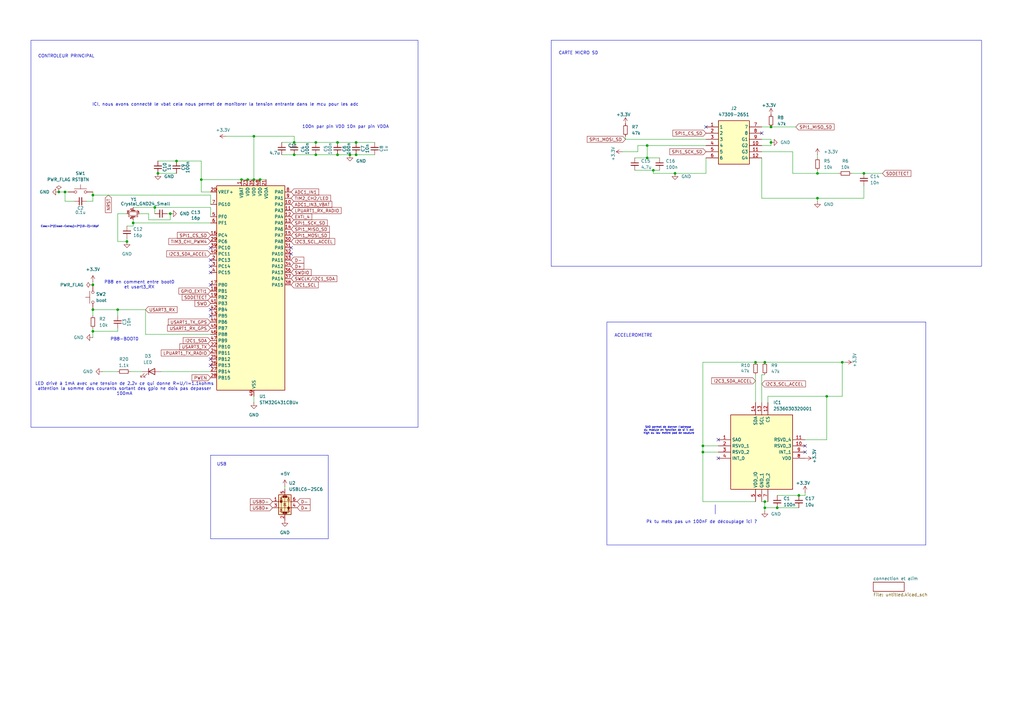
<source format=kicad_sch>
(kicad_sch (version 20250114) (generator "eeschema") (generator_version "9.0")
  (paper "A3")
  (lib_symbols
    (symbol "Device:C_Small" (pin_numbers (hide yes)) (pin_names (offset 0.254) (hide yes))
      (property "Reference" "C" (at 0.254 1.778 0))
      (property "Value" "C_Small" (at 0.254 -2.032 0))
      (symbol "C_Small_0_1"
        (polyline (pts (xy -1.524 0.508) (xy 1.524 0.508)) (stroke (width 0.3048)))
        (polyline (pts (xy -1.524 -0.508) (xy 1.524 -0.508)) (stroke (width 0.3302)))
      )
      (symbol "C_Small_1_1"
        (pin passive line (at 0 2.54 270) (length 2.032) (name "~") (number "1"))
        (pin passive line (at 0 -2.54 90) (length 2.032) (name "~") (number "2"))
      )
    )
    (symbol "Device:Crystal_GND24_Small" (pin_names (offset 1.016) (hide yes))
      (property "Reference" "Y" (at 1.27 4.445 0))
      (property "Value" "Crystal_GND24_Small" (at 1.27 2.54 0))
      (symbol "Crystal_GND24_Small_0_1"
        (polyline (pts (xy -1.27 1.27) (xy -1.27 1.905) (xy 1.27 1.905) (xy 1.27 1.27)))
        (polyline (pts (xy -1.27 -0.762) (xy -1.27 0.762)) (stroke (width 0.381)))
        (polyline (pts (xy -1.27 -1.27) (xy -1.27 -1.905) (xy 1.27 -1.905) (xy 1.27 -1.27)))
        (rectangle (start -0.762 -1.524) (end 0.762 1.524))
        (polyline (pts (xy 1.27 -0.762) (xy 1.27 0.762)) (stroke (width 0.381)))
      )
      (symbol "Crystal_GND24_Small_1_1"
        (pin passive line (at -2.54 0 0) (length 1.27) (name "1") (number "1"))
        (pin passive line (at 0 2.54 270) (length 0.635) (name "4") (number "4"))
        (pin passive line (at 0 -2.54 90) (length 0.635) (name "2") (number "2"))
        (pin passive line (at 2.54 0 180) (length 1.27) (name "3") (number "3"))
      )
    )
    (symbol "Device:LED" (pin_numbers (hide yes)) (pin_names (offset 1.016) (hide yes))
      (property "Reference" "D" (at 0 2.54 0))
      (property "Value" "LED" (at 0 -2.54 0))
      (symbol "LED_0_1"
        (polyline (pts (xy -3.048 -0.762) (xy -4.572 -2.286) (xy -3.81 -2.286) (xy -4.572 -2.286) (xy -4.572 -1.524)))
        (polyline (pts (xy -1.778 -0.762) (xy -3.302 -2.286) (xy -2.54 -2.286) (xy -3.302 -2.286) (xy -3.302 -1.524)))
        (polyline (pts (xy -1.27 0) (xy 1.27 0)))
        (polyline (pts (xy -1.27 -1.27) (xy -1.27 1.27)) (stroke (width 0.254)))
        (polyline (pts (xy 1.27 -1.27) (xy 1.27 1.27) (xy -1.27 0) (xy 1.27 -1.27)) (stroke (width 0.254)))
      )
      (symbol "LED_1_1"
        (pin passive line (at -3.81 0 0) (length 2.54) (name "K") (number "1"))
        (pin passive line (at 3.81 0 180) (length 2.54) (name "A") (number "2"))
      )
    )
    (symbol "Device:R_Small" (pin_numbers (hide yes)) (pin_names (offset 0.254) (hide yes))
      (property "Reference" "R" (at 0.762 0.508 0))
      (property "Value" "R_Small" (at 0.762 -1.016 0))
      (symbol "R_Small_0_1"
        (rectangle (start -0.762 1.778) (end 0.762 -1.778) (stroke (width 0.2032)))
      )
      (symbol "R_Small_1_1"
        (pin passive line (at 0 2.54 270) (length 0.762) (name "~") (number "1"))
        (pin passive line (at 0 -2.54 90) (length 0.762) (name "~") (number "2"))
      )
    )
    (symbol "MCU_ST_STM32G4:STM32G431CBUx"
      (property "Reference" "U" (at -12.7 44.45 0))
      (property "Value" "STM32G431CBUx" (at 10.16 44.45 0))
      (symbol "STM32G431CBUx_0_1"
        (rectangle (start -12.7 -40.64) (end 15.24 43.18) (stroke (width 0.254)) (fill (type background)))
      )
      (symbol "STM32G431CBUx_1_1"
        (pin input line (at -15.24 40.64 0) (length 2.54) (name "VREF+") (number "20"))
        (pin bidirectional line (at -15.24 35.56 0) (length 2.54) (name "PG10") (number "7"))
        (pin bidirectional line (at -15.24 30.48 0) (length 2.54) (name "PF0") (number "5"))
        (pin bidirectional line (at -15.24 27.94 0) (length 2.54) (name "PF1") (number "6"))
        (pin bidirectional line (at -15.24 22.86 0) (length 2.54) (name "PC4") (number "16"))
        (pin bidirectional line (at -15.24 20.32 0) (length 2.54) (name "PC6") (number "29"))
        (pin bidirectional line (at -15.24 17.78 0) (length 2.54) (name "PC10") (number "39"))
        (pin bidirectional line (at -15.24 15.24 0) (length 2.54) (name "PC11") (number "40"))
        (pin bidirectional line (at -15.24 12.7 0) (length 2.54) (name "PC13") (number "2"))
        (pin bidirectional line (at -15.24 10.16 0) (length 2.54) (name "PC14") (number "3"))
        (pin bidirectional line (at -15.24 7.62 0) (length 2.54) (name "PC15") (number "4"))
        (pin bidirectional line (at -15.24 2.54 0) (length 2.54) (name "PB0") (number "17"))
        (pin bidirectional line (at -15.24 0 0) (length 2.54) (name "PB1") (number "18"))
        (pin bidirectional line (at -15.24 -2.54 0) (length 2.54) (name "PB2") (number "19"))
        (pin bidirectional line (at -15.24 -5.08 0) (length 2.54) (name "PB3") (number "41"))
        (pin bidirectional line (at -15.24 -7.62 0) (length 2.54) (name "PB4") (number "42"))
        (pin bidirectional line (at -15.24 -10.16 0) (length 2.54) (name "PB5") (number "43"))
        (pin bidirectional line (at -15.24 -12.7 0) (length 2.54) (name "PB6") (number "44"))
        (pin bidirectional line (at -15.24 -15.24 0) (length 2.54) (name "PB7") (number "45"))
        (pin bidirectional line (at -15.24 -17.78 0) (length 2.54) (name "PB8") (number "46"))
        (pin bidirectional line (at -15.24 -20.32 0) (length 2.54) (name "PB9") (number "47"))
        (pin bidirectional line (at -15.24 -22.86 0) (length 2.54) (name "PB10") (number "22"))
        (pin bidirectional line (at -15.24 -25.4 0) (length 2.54) (name "PB11") (number "24"))
        (pin bidirectional line (at -15.24 -27.94 0) (length 2.54) (name "PB12") (number "25"))
        (pin bidirectional line (at -15.24 -30.48 0) (length 2.54) (name "PB13") (number "26"))
        (pin bidirectional line (at -15.24 -33.02 0) (length 2.54) (name "PB14") (number "27"))
        (pin bidirectional line (at -15.24 -35.56 0) (length 2.54) (name "PB15") (number "28"))
        (pin power_in line (at -2.54 45.72 270) (length 2.54) (name "VBAT") (number "1"))
        (pin power_in line (at 0 45.72 270) (length 2.54) (name "VDD") (number "23"))
        (pin power_in line (at 2.54 45.72 270) (length 2.54) (name "VDD") (number "35"))
        (pin power_in line (at 2.54 -43.18 90) (length 2.54) (name "VSS") (number "49"))
        (pin power_in line (at 5.08 45.72 270) (length 2.54) (name "VDD") (number "48"))
        (pin power_in line (at 7.62 45.72 270) (length 2.54) (name "VDDA") (number "21"))
        (pin bidirectional line (at 17.78 40.64 180) (length 2.54) (name "PA0") (number "8"))
        (pin bidirectional line (at 17.78 38.1 180) (length 2.54) (name "PA1") (number "9"))
        (pin bidirectional line (at 17.78 35.56 180) (length 2.54) (name "PA2") (number "10"))
        (pin bidirectional line (at 17.78 33.02 180) (length 2.54) (name "PA3") (number "11"))
        (pin bidirectional line (at 17.78 30.48 180) (length 2.54) (name "PA4") (number "12"))
        (pin bidirectional line (at 17.78 27.94 180) (length 2.54) (name "PA5") (number "13"))
        (pin bidirectional line (at 17.78 25.4 180) (length 2.54) (name "PA6") (number "14"))
        (pin bidirectional line (at 17.78 22.86 180) (length 2.54) (name "PA7") (number "15"))
        (pin bidirectional line (at 17.78 20.32 180) (length 2.54) (name "PA8") (number "30"))
        (pin bidirectional line (at 17.78 17.78 180) (length 2.54) (name "PA9") (number "31"))
        (pin bidirectional line (at 17.78 15.24 180) (length 2.54) (name "PA10") (number "32"))
        (pin bidirectional line (at 17.78 12.7 180) (length 2.54) (name "PA11") (number "33"))
        (pin bidirectional line (at 17.78 10.16 180) (length 2.54) (name "PA12") (number "34"))
        (pin bidirectional line (at 17.78 7.62 180) (length 2.54) (name "PA13") (number "36"))
        (pin bidirectional line (at 17.78 5.08 180) (length 2.54) (name "PA14") (number "37"))
        (pin bidirectional line (at 17.78 2.54 180) (length 2.54) (name "PA15") (number "38"))
      )
    )
    (symbol "Power_Protection:USBLC6-2SC6" (pin_names (hide yes))
      (property "Reference" "U" (at 0.635 5.715 0))
      (property "Value" "USBLC6-2SC6" (at 0.635 3.81 0))
      (symbol "USBLC6-2SC6_0_0"
        (circle (center -1.524 0) (radius 0.0001) (stroke (width 0.508)))
        (circle (center -0.508 2.032) (radius 0.0001) (stroke (width 0.508)))
        (circle (center -0.508 -4.572) (radius 0.0001) (stroke (width 0.508)))
        (circle (center 0.508 2.032) (radius 0.0001) (stroke (width 0.508)))
        (circle (center 0.508 -4.572) (radius 0.0001) (stroke (width 0.508)))
        (circle (center 1.524 -2.54) (radius 0.0001) (stroke (width 0.508)))
      )
      (symbol "USBLC6-2SC6_0_1"
        (polyline (pts (xy -2.54 0) (xy 2.54 0)))
        (polyline (pts (xy -2.54 -2.54) (xy 2.54 -2.54)))
        (polyline (pts (xy -2.032 0.508) (xy -1.016 0.508) (xy -1.524 1.524) (xy -2.032 0.508)))
        (polyline (pts (xy -2.032 -3.048) (xy -1.016 -3.048)))
        (polyline (pts (xy -1.016 1.524) (xy -2.032 1.524)))
        (polyline (pts (xy -1.016 -4.064) (xy -2.032 -4.064) (xy -1.524 -3.048) (xy -1.016 -4.064)))
        (polyline (pts (xy -0.508 -1.143) (xy -0.508 -0.762) (xy 0.508 -0.762)))
        (polyline (pts (xy 0 2.54) (xy -0.508 2.032) (xy 0.508 2.032) (xy 0 1.524) (xy 0 -4.064) (xy -0.508 -4.572) (xy 0.508 -4.572) (xy 0 -5.08)))
        (polyline (pts (xy 0.508 -1.778) (xy -0.508 -1.778) (xy 0 -0.762) (xy 0.508 -1.778)))
        (polyline (pts (xy 1.016 1.524) (xy 2.032 1.524)))
        (polyline (pts (xy 1.016 -3.048) (xy 2.032 -3.048)))
        (polyline (pts (xy 2.032 0.508) (xy 1.016 0.508) (xy 1.524 1.524) (xy 2.032 0.508)))
        (polyline (pts (xy 2.032 -4.064) (xy 1.016 -4.064) (xy 1.524 -3.048) (xy 2.032 -4.064)))
      )
      (symbol "USBLC6-2SC6_1_1"
        (rectangle (start -2.54 2.794) (end 2.54 -5.334) (stroke (width 0.254)) (fill (type background)))
        (polyline (pts (xy -0.508 2.032) (xy -1.524 2.032) (xy -1.524 -4.572) (xy -0.508 -4.572)))
        (polyline (pts (xy 0.508 -4.572) (xy 1.524 -4.572) (xy 1.524 2.032) (xy 0.508 2.032)))
        (pin passive line (at -5.08 0 0) (length 2.54) (name "I/O1") (number "1"))
        (pin passive line (at -5.08 -2.54 0) (length 2.54) (name "I/O2") (number "3"))
        (pin passive line (at 0 5.08 270) (length 2.54) (name "VBUS") (number "5"))
        (pin passive line (at 0 -7.62 90) (length 2.54) (name "GND") (number "2"))
        (pin passive line (at 5.08 0 180) (length 2.54) (name "I/O1") (number "6"))
        (pin passive line (at 5.08 -2.54 180) (length 2.54) (name "I/O2") (number "4"))
      )
    )
    (symbol "Switch:SW_Push" (pin_numbers (hide yes)) (pin_names (offset 1.016) (hide yes))
      (property "Reference" "SW" (at 1.27 2.54 0))
      (property "Value" "SW_Push" (at 0 -1.524 0))
      (symbol "SW_Push_0_1"
        (circle (center -2.032 0) (radius 0.508))
        (polyline (pts (xy 0 1.27) (xy 0 3.048)))
        (circle (center 2.032 0) (radius 0.508))
        (polyline (pts (xy 2.54 1.27) (xy -2.54 1.27)))
        (pin passive line (at -5.08 0 0) (length 2.54) (name "1") (number "1"))
        (pin passive line (at 5.08 0 180) (length 2.54) (name "2") (number "2"))
      )
    )
    (symbol "WSEN-ISDS:2536030320001"
      (property "Reference" "IC" (at 31.75 15.24 0))
      (property "Value" "2536030320001" (at 31.75 12.7 0))
      (symbol "2536030320001_1_1"
        (rectangle (start 5.08 10.16) (end 30.48 -20.32) (stroke (width 0.254)) (fill (type background)))
        (pin passive line (at 0 0 0) (length 5.08) (name "SAO") (number "1"))
        (pin passive line (at 0 -2.54 0) (length 5.08) (name "RSVD_1") (number "2"))
        (pin passive line (at 0 -5.08 0) (length 5.08) (name "RSVD_2") (number "3"))
        (pin passive line (at 0 -7.62 0) (length 5.08) (name "INT_0") (number "4"))
        (pin passive line (at 15.24 15.24 270) (length 5.08) (name "SDA") (number "14"))
        (pin passive line (at 15.24 -25.4 90) (length 5.08) (name "VDD_IO") (number "5"))
        (pin passive line (at 17.78 15.24 270) (length 5.08) (name "SCL") (number "13"))
        (pin passive line (at 17.78 -25.4 90) (length 5.08) (name "GND_1") (number "6"))
        (pin passive line (at 20.32 15.24 270) (length 5.08) (name "CS") (number "12"))
        (pin passive line (at 20.32 -25.4 90) (length 5.08) (name "GND_2") (number "7"))
        (pin passive line (at 35.56 0 180) (length 5.08) (name "RSVD_4") (number "11"))
        (pin passive line (at 35.56 -2.54 180) (length 5.08) (name "RSVD_3") (number "10"))
        (pin passive line (at 35.56 -5.08 180) (length 5.08) (name "INT_1") (number "9"))
        (pin passive line (at 35.56 -7.62 180) (length 5.08) (name "VDD") (number "8"))
      )
    )
    (symbol "molex 47309-2651:47309-2651"
      (property "Reference" "J" (at 19.05 7.62 0))
      (property "Value" "47309-2651" (at 19.05 5.08 0))
      (symbol "47309-2651_1_1"
        (rectangle (start 5.08 2.54) (end 17.78 -15.24) (stroke (width 0.254)) (fill (type background)))
        (pin passive line (at 0 0 0) (length 5.08) (name "1") (number "1"))
        (pin passive line (at 0 -2.54 0) (length 5.08) (name "2") (number "2"))
        (pin passive line (at 0 -5.08 0) (length 5.08) (name "3") (number "3"))
        (pin passive line (at 0 -7.62 0) (length 5.08) (name "4") (number "4"))
        (pin passive line (at 0 -10.16 0) (length 5.08) (name "5") (number "5"))
        (pin passive line (at 0 -12.7 0) (length 5.08) (name "6") (number "6"))
        (pin passive line (at 22.86 0 180) (length 5.08) (name "7") (number "7"))
        (pin passive line (at 22.86 -2.54 180) (length 5.08) (name "8") (number "8"))
        (pin passive line (at 22.86 -5.08 180) (length 5.08) (name "G1") (number "9"))
        (pin passive line (at 22.86 -7.62 180) (length 5.08) (name "G2") (number "10"))
        (pin passive line (at 22.86 -10.16 180) (length 5.08) (name "G3") (number "11"))
        (pin passive line (at 22.86 -12.7 180) (length 5.08) (name "G4") (number "12"))
      )
    )
    (symbol "power:+3.3V" (power) (pin_numbers (hide yes)) (pin_names (offset 0) (hide yes))
      (property "Value" "+3.3V" (at 0 3.556 0))
      (symbol "+3.3V_0_1"
        (polyline (pts (xy -0.762 1.27) (xy 0 2.54)))
        (polyline (pts (xy 0 2.54) (xy 0.762 1.27)))
        (polyline (pts (xy 0 0) (xy 0 2.54)))
      )
      (symbol "+3.3V_1_1"
        (pin power_in line (at 0 0 90) (length 0) (name "~") (number "1"))
      )
    )
    (symbol "power:+5V" (power) (pin_numbers (hide yes)) (pin_names (offset 0) (hide yes))
      (property "Value" "+5V" (at 0 3.556 0))
      (symbol "+5V_0_1"
        (polyline (pts (xy -0.762 1.27) (xy 0 2.54)))
        (polyline (pts (xy 0 2.54) (xy 0.762 1.27)))
        (polyline (pts (xy 0 0) (xy 0 2.54)))
      )
      (symbol "+5V_1_1"
        (pin power_in line (at 0 0 90) (length 0) (name "~") (number "1"))
      )
    )
    (symbol "power:GND" (power) (pin_numbers (hide yes)) (pin_names (offset 0) (hide yes))
      (property "Value" "GND" (at 0 -3.81 0))
      (symbol "GND_0_1"
        (polyline (pts (xy 0 0) (xy 0 -1.27) (xy 1.27 -1.27) (xy 0 -2.54) (xy -1.27 -1.27) (xy 0 -1.27)))
      )
      (symbol "GND_1_1"
        (pin power_in line (at 0 0 270) (length 0) (name "~") (number "1"))
      )
    )
    (symbol "power:PWR_FLAG" (power) (pin_numbers (hide yes)) (pin_names (offset 0) (hide yes))
      (property "Value" "PWR_FLAG" (at 0 3.81 0))
      (symbol "PWR_FLAG_0_0"
        (pin power_out line (at 0 0 90) (length 0) (name "~") (number "1"))
      )
      (symbol "PWR_FLAG_0_1"
        (polyline (pts (xy 0 0) (xy 0 1.27) (xy -1.016 1.905) (xy 0 2.54) (xy 1.016 1.905) (xy 0 1.27)))
      )
    )
  )
  (rectangle (start 86.36 186.69) (end 134.62 220.98))
  (rectangle (start 248.92 132.08) (end 379.73 223.52))
  (rectangle (start 12.7 16.51) (end 171.45 175.26))
  (rectangle (start 226.06 16.51) (end 402.59 109.22))
  (text "USB" (at 90.932 190.5 0) (effects (font (size 1.27 1.27))))
  (text "Cosc=2*(Cload-Cstray)=2*(10-2)=16pF\n" (at 28.702 92.964 0) (effects (font (size 0.762 0.762))))
  (text "PB8 en comment entre boot0\net usart3_RX" (at 57.15 116.84 0) (effects (font (size 1.27 1.27))))
  (text "PB8-BOOT0" (at 51.054 139.192 0) (effects (font (size 1.27 1.27))))
  (text "LED drivé à 1mA avec une tension de 2.2v ce qui donne R=U/I=1.1kohms\nattention la somme des courants sortant des gpio ne dois pas depasser\n100mA" (at 51.054 159.512 0) (effects (font (size 1.27 1.27))))
  (text "CONTROLEUR PRINCIPAL" (at 27.178 23.114 0) (effects (font (size 1.27 1.27))))
  (text "CARTE MICRO SD" (at 237.236 21.844 0) (effects (font (size 1.27 1.27))))
  (text "SAO permet de donner l'adresse\n du module en fonction de si il est\n high ou low mettre pad de soudure" (at 274.066 176.53 0) (effects (font (size 0.762 0.762))))
  (text "ICI, nous avons connecté le vbat cela nous permet de monitorer la tension entrante dans le mcu pour les adc" (at 92.456 42.926 0) (effects (font (size 1.27 1.27))))
  (text "Pk tu mets pas un 100nF de découplage ici ?" (at 287.782 214.122 0) (effects (font (size 1.27 1.27))))
  (text "100n par pin VDD 10n par pin VDDA" (at 141.732 52.07 0) (effects (font (size 1.27 1.27))))
  (text "ACCELEROMETRE" (at 259.842 137.668 0) (effects (font (size 1.27 1.27))))
  (junction (at 318.77 208.28))
  (junction (at 276.86 71.12))
  (junction (at 38.1 116.84))
  (junction (at 288.29 182.88))
  (junction (at 82.55 73.66))
  (junction (at 146.05 63.5))
  (junction (at 48.26 127))
  (junction (at 265.43 64.77))
  (junction (at 316.23 58.42))
  (junction (at 313.69 148.59))
  (junction (at 313.69 208.28))
  (junction (at 138.43 58.42))
  (junction (at 138.43 63.5))
  (junction (at 104.14 55.88))
  (junction (at 120.65 63.5))
  (junction (at 69.85 87.63))
  (junction (at 26.67 78.74))
  (junction (at 54.61 91.44))
  (junction (at 64.77 71.12))
  (junction (at 38.1 127))
  (junction (at 339.09 162.56))
  (junction (at 120.65 58.42))
  (junction (at 335.28 71.12))
  (junction (at 143.51 63.5))
  (junction (at 345.44 148.59))
  (junction (at 129.54 58.42))
  (junction (at 313.69 205.74))
  (junction (at 267.97 69.85))
  (junction (at 309.88 148.59))
  (junction (at 288.29 185.42))
  (junction (at 63.5 85.09))
  (junction (at 104.14 73.66))
  (junction (at 354.33 71.12))
  (junction (at 146.05 58.42))
  (junction (at 24.13 78.74))
  (junction (at 99.06 73.66))
  (junction (at 106.68 73.66))
  (junction (at 101.6 73.66))
  (junction (at 52.07 99.06))
  (junction (at 38.1 80.01))
  (junction (at 38.1 135.89))
  (junction (at 316.23 52.07))
  (junction (at 335.28 81.28))
  (junction (at 72.39 66.04))
  (junction (at 265.43 59.69))
  (junction (at 129.54 63.5))
  (junction (at 327.66 203.2))
  (no_connect (at 86.36 106.68))
  (no_connect (at 119.38 101.6))
  (no_connect (at 289.56 52.07))
  (no_connect (at 86.36 127))
  (no_connect (at 330.2 182.88))
  (no_connect (at 86.36 111.76))
  (no_connect (at 86.36 116.84))
  (no_connect (at 330.2 185.42))
  (no_connect (at 294.64 187.96))
  (no_connect (at 86.36 147.32))
  (no_connect (at 294.64 180.34))
  (no_connect (at 86.36 101.6))
  (no_connect (at 86.36 149.86))
  (no_connect (at 86.36 109.22))
  (no_connect (at 119.38 104.14))
  (no_connect (at 86.36 129.54))
  (no_connect (at 312.42 54.61))
  (wire (pts (xy 48.26 99.06) (xy 52.07 99.06)))
  (wire (pts (xy 60.96 90.17) (xy 69.85 90.17)))
  (wire (pts (xy 313.69 205.74) (xy 313.69 208.28)))
  (wire (pts (xy 129.54 63.5) (xy 138.43 63.5)))
  (wire (pts (xy 106.68 73.66) (xy 109.22 73.66)))
  (wire (pts (xy 60.96 87.63) (xy 60.96 90.17)))
  (wire (pts (xy 69.85 90.17) (xy 69.85 87.63)))
  (wire (pts (xy 138.43 63.5) (xy 143.51 63.5)))
  (wire (pts (xy 38.1 135.89) (xy 38.1 138.43)))
  (wire (pts (xy 335.28 71.12) (xy 344.17 71.12)))
  (wire (pts (xy 339.09 162.56) (xy 345.44 162.56)))
  (wire (pts (xy 115.57 63.5) (xy 120.65 63.5)))
  (wire (pts (xy 313.69 208.28) (xy 318.77 208.28)))
  (wire (pts (xy 26.67 78.74) (xy 27.94 78.74)))
  (wire (pts (xy 288.29 185.42) (xy 288.29 182.88)))
  (wire (pts (xy 327.66 203.2) (xy 330.2 203.2)))
  (wire (pts (xy 330.2 201.93) (xy 330.2 203.2)))
  (wire (pts (xy 86.36 85.09) (xy 86.36 88.9)))
  (wire (pts (xy 101.6 73.66) (xy 104.14 73.66)))
  (wire (pts (xy 64.77 71.12) (xy 72.39 71.12)))
  (wire (pts (xy 86.36 78.74) (xy 82.55 78.74)))
  (wire (pts (xy 120.65 55.88) (xy 120.65 58.42)))
  (wire (pts (xy 115.57 58.42) (xy 120.65 58.42)))
  (wire (pts (xy 35.56 82.55) (xy 38.1 82.55)))
  (wire (pts (xy 312.42 153.67) (xy 313.69 153.67)))
  (wire (pts (xy 53.34 152.4) (xy 58.42 152.4)))
  (wire (pts (xy 325.12 62.23) (xy 325.12 71.12)))
  (wire (pts (xy 335.28 81.28) (xy 335.28 82.55)))
  (wire (pts (xy 38.1 80.01) (xy 38.1 82.55)))
  (wire (pts (xy 261.62 62.23) (xy 261.62 59.69)))
  (wire (pts (xy 63.5 85.09) (xy 63.5 87.63)))
  (wire (pts (xy 57.15 87.63) (xy 60.96 87.63)))
  (wire (pts (xy 26.67 82.55) (xy 26.67 78.74)))
  (wire (pts (xy 52.07 97.79) (xy 52.07 99.06)))
  (wire (pts (xy 54.61 91.44) (xy 86.36 91.44)))
  (wire (pts (xy 288.29 185.42) (xy 294.64 185.42)))
  (wire (pts (xy 38.1 80.01) (xy 86.36 80.01)))
  (wire (pts (xy 288.29 182.88) (xy 294.64 182.88)))
  (wire (pts (xy 99.06 73.66) (xy 101.6 73.66)))
  (wire (pts (xy 312.42 205.74) (xy 313.69 205.74)))
  (wire (pts (xy 59.69 127) (xy 48.26 127)))
  (wire (pts (xy 313.69 205.74) (xy 314.96 205.74)))
  (wire (pts (xy 325.12 71.12) (xy 335.28 71.12)))
  (wire (pts (xy 330.2 180.34) (xy 339.09 180.34)))
  (wire (pts (xy 104.14 162.56) (xy 104.14 165.1)))
  (wire (pts (xy 316.23 58.42) (xy 316.23 57.15)))
  (wire (pts (xy 316.23 59.69) (xy 316.23 58.42)))
  (wire (pts (xy 104.14 73.66) (xy 106.68 73.66)))
  (wire (pts (xy 38.1 134.62) (xy 38.1 135.89)))
  (wire (pts (xy 86.36 137.16) (xy 59.69 137.16)))
  (wire (pts (xy 288.29 148.59) (xy 309.88 148.59)))
  (wire (pts (xy 316.23 52.07) (xy 312.42 52.07)))
  (wire (pts (xy 64.77 66.04) (xy 72.39 66.04)))
  (wire (pts (xy 52.07 92.71) (xy 54.61 92.71)))
  (wire (pts (xy 48.26 135.89) (xy 38.1 135.89)))
  (polyline (pts (xy 293.37 207.01) (xy 293.37 210.82)))
  (wire (pts (xy 256.54 57.15) (xy 256.54 55.88)))
  (wire (pts (xy 256.54 57.15) (xy 289.56 57.15)))
  (wire (pts (xy 312.42 81.28) (xy 312.42 64.77)))
  (wire (pts (xy 339.09 180.34) (xy 339.09 162.56)))
  (wire (pts (xy 120.65 63.5) (xy 129.54 63.5)))
  (wire (pts (xy 104.14 55.88) (xy 120.65 55.88)))
  (wire (pts (xy 318.77 203.2) (xy 327.66 203.2)))
  (wire (pts (xy 54.61 91.44) (xy 54.61 90.17)))
  (wire (pts (xy 267.97 69.85) (xy 270.51 69.85)))
  (wire (pts (xy 146.05 58.42) (xy 153.67 58.42)))
  (wire (pts (xy 68.58 87.63) (xy 69.85 87.63)))
  (wire (pts (xy 313.69 208.28) (xy 313.69 209.55)))
  (wire (pts (xy 349.25 71.12) (xy 354.33 71.12)))
  (wire (pts (xy 54.61 85.09) (xy 63.5 85.09)))
  (wire (pts (xy 312.42 165.1) (xy 312.42 153.67)))
  (wire (pts (xy 63.5 85.09) (xy 86.36 85.09)))
  (wire (pts (xy 335.28 63.5) (xy 335.28 64.77)))
  (wire (pts (xy 82.55 73.66) (xy 99.06 73.66)))
  (wire (pts (xy 314.96 162.56) (xy 339.09 162.56)))
  (wire (pts (xy 345.44 148.59) (xy 346.71 148.59)))
  (wire (pts (xy 312.42 59.69) (xy 316.23 59.69)))
  (wire (pts (xy 313.69 148.59) (xy 345.44 148.59)))
  (wire (pts (xy 66.04 152.4) (xy 86.36 152.4)))
  (wire (pts (xy 82.55 78.74) (xy 82.55 73.66)))
  (wire (pts (xy 345.44 162.56) (xy 345.44 148.59)))
  (wire (pts (xy 24.13 78.74) (xy 26.67 78.74)))
  (wire (pts (xy 82.55 66.04) (xy 72.39 66.04)))
  (wire (pts (xy 309.88 148.59) (xy 313.69 148.59)))
  (wire (pts (xy 38.1 78.74) (xy 38.1 80.01)))
  (wire (pts (xy 260.35 69.85) (xy 267.97 69.85)))
  (wire (pts (xy 289.56 71.12) (xy 276.86 71.12)))
  (wire (pts (xy 59.69 137.16) (xy 59.69 127)))
  (wire (pts (xy 335.28 81.28) (xy 312.42 81.28)))
  (wire (pts (xy 30.48 82.55) (xy 26.67 82.55)))
  (wire (pts (xy 289.56 59.69) (xy 265.43 59.69)))
  (wire (pts (xy 354.33 81.28) (xy 335.28 81.28)))
  (wire (pts (xy 38.1 127) (xy 48.26 127)))
  (wire (pts (xy 52.07 87.63) (xy 48.26 87.63)))
  (wire (pts (xy 267.97 71.12) (xy 267.97 69.85)))
  (wire (pts (xy 116.84 200.66) (xy 116.84 199.39)))
  (wire (pts (xy 354.33 71.12) (xy 361.95 71.12)))
  (wire (pts (xy 138.43 58.42) (xy 146.05 58.42)))
  (wire (pts (xy 261.62 59.69) (xy 265.43 59.69)))
  (wire (pts (xy 41.91 152.4) (xy 48.26 152.4)))
  (wire (pts (xy 143.51 63.5) (xy 146.05 63.5)))
  (wire (pts (xy 276.86 71.12) (xy 267.97 71.12)))
  (wire (pts (xy 48.26 134.62) (xy 48.26 135.89)))
  (wire (pts (xy 86.36 80.01) (xy 86.36 83.82)))
  (wire (pts (xy 146.05 63.5) (xy 153.67 63.5)))
  (wire (pts (xy 335.28 69.85) (xy 335.28 71.12)))
  (wire (pts (xy 48.26 127) (xy 48.26 129.54)))
  (wire (pts (xy 82.55 73.66) (xy 82.55 66.04)))
  (wire (pts (xy 129.54 58.42) (xy 138.43 58.42)))
  (wire (pts (xy 318.77 208.28) (xy 327.66 208.28)))
  (wire (pts (xy 316.23 57.15) (xy 312.42 57.15)))
  (wire (pts (xy 104.14 55.88) (xy 104.14 73.66)))
  (wire (pts (xy 92.71 55.88) (xy 104.14 55.88)))
  (wire (pts (xy 312.42 62.23) (xy 325.12 62.23)))
  (wire (pts (xy 54.61 92.71) (xy 54.61 91.44)))
  (wire (pts (xy 38.1 129.54) (xy 38.1 127)))
  (wire (pts (xy 314.96 165.1) (xy 314.96 162.56)))
  (wire (pts (xy 38.1 115.57) (xy 38.1 116.84)))
  (wire (pts (xy 289.56 64.77) (xy 289.56 71.12)))
  (wire (pts (xy 326.39 52.07) (xy 316.23 52.07)))
  (wire (pts (xy 265.43 64.77) (xy 270.51 64.77)))
  (wire (pts (xy 255.27 62.23) (xy 261.62 62.23)))
  (wire (pts (xy 265.43 59.69) (xy 265.43 64.77)))
  (wire (pts (xy 48.26 87.63) (xy 48.26 99.06)))
  (wire (pts (xy 288.29 185.42) (xy 288.29 205.74)))
  (wire (pts (xy 260.35 64.77) (xy 265.43 64.77)))
  (wire (pts (xy 309.88 205.74) (xy 288.29 205.74)))
  (wire (pts (xy 288.29 182.88) (xy 288.29 148.59)))
  (wire (pts (xy 309.88 153.67) (xy 309.88 165.1)))
  (wire (pts (xy 120.65 58.42) (xy 129.54 58.42)))
  (wire (pts (xy 354.33 76.2) (xy 354.33 81.28)))
  (global_label "D+" (shape input) (at 119.38 109.22 0) (property "Intersheetrefs" "${INTERSHEET_REFS}" (effects (hide yes))))
  (global_label "D+" (shape input) (at 121.92 208.28 0) (property "Intersheetrefs" "${INTERSHEET_REFS}" (effects (hide yes))))
  (global_label "SWO" (shape input) (at 86.36 124.46 180) (property "Intersheetrefs" "${INTERSHEET_REFS}" (effects (hide yes))))
  (global_label "SPI1_CS_SD" (shape input) (at 86.36 96.52 180) (property "Intersheetrefs" "${INTERSHEET_REFS}" (effects (hide yes))))
  (global_label "USART1_TX_GPS" (shape input) (at 86.36 132.08 180) (property "Intersheetrefs" "${INTERSHEET_REFS}" (effects (hide yes))))
  (global_label "SPI1_MOSI_SD" (shape input) (at 256.54 57.15 180) (property "Intersheetrefs" "${INTERSHEET_REFS}" (effects (hide yes))))
  (global_label "LPUART1_RX_RADIO" (shape input) (at 119.38 86.36 0) (property "Intersheetrefs" "${INTERSHEET_REFS}" (effects (hide yes))))
  (global_label "I2C1_SCL" (shape input) (at 119.38 116.84 0) (property "Intersheetrefs" "${INTERSHEET_REFS}" (effects (hide yes))))
  (global_label "I2C3_SDA_ACCEL" (shape input) (at 309.88 156.21 180) (property "Intersheetrefs" "${INTERSHEET_REFS}" (effects (hide yes))))
  (global_label "SPI1_SCK_SD" (shape input) (at 289.56 62.23 180) (property "Intersheetrefs" "${INTERSHEET_REFS}" (effects (hide yes))))
  (global_label "ADC1_IN3_VBAT" (shape input) (at 119.38 83.82 0) (property "Intersheetrefs" "${INTERSHEET_REFS}" (effects (hide yes))))
  (global_label "I2C3_SCL_ACCEL" (shape input) (at 119.38 99.06 0) (property "Intersheetrefs" "${INTERSHEET_REFS}" (effects (hide yes))))
  (global_label "SWCLK{slash}I2C1_SDA" (shape input) (at 119.38 114.3 0) (property "Intersheetrefs" "${INTERSHEET_REFS}" (effects (hide yes))))
  (global_label "I2C1_SDA" (shape input) (at 86.36 139.7 180) (property "Intersheetrefs" "${INTERSHEET_REFS}" (effects (hide yes))))
  (global_label "SPI1_MISO_SD" (shape input) (at 326.39 52.07 0) (property "Intersheetrefs" "${INTERSHEET_REFS}" (effects (hide yes))))
  (global_label "USART1_RX_GPS" (shape input) (at 86.36 134.62 180) (property "Intersheetrefs" "${INTERSHEET_REFS}" (effects (hide yes))))
  (global_label "SPI1_MISO_SD" (shape input) (at 119.38 93.98 0) (property "Intersheetrefs" "${INTERSHEET_REFS}" (effects (hide yes))))
  (global_label "I2C3_SDA_ACCEL" (shape input) (at 86.36 104.14 180) (property "Intersheetrefs" "${INTERSHEET_REFS}" (effects (hide yes))))
  (global_label "D-" (shape input) (at 121.92 205.74 0) (property "Intersheetrefs" "${INTERSHEET_REFS}" (effects (hide yes))))
  (global_label "ADC1_IN1" (shape input) (at 119.38 78.74 0) (property "Intersheetrefs" "${INTERSHEET_REFS}" (effects (hide yes))))
  (global_label "USBD+" (shape input) (at 111.76 208.28 180) (property "Intersheetrefs" "${INTERSHEET_REFS}" (effects (hide yes))))
  (global_label "SDDETECT" (shape input) (at 86.36 121.92 180) (property "Intersheetrefs" "${INTERSHEET_REFS}" (effects (hide yes))))
  (global_label "I2C3_SCL_ACCEL" (shape input) (at 312.42 157.48 0) (property "Intersheetrefs" "${INTERSHEET_REFS}" (effects (hide yes))))
  (global_label "TIM3_CHI_PWM4" (shape input) (at 86.36 99.06 180) (property "Intersheetrefs" "${INTERSHEET_REFS}" (effects (hide yes))))
  (global_label "NRST" (shape input) (at 44.45 80.01 270) (property "Intersheetrefs" "${INTERSHEET_REFS}" (effects (hide yes))))
  (global_label "SPI1_SCK_SD" (shape input) (at 119.38 91.44 0) (property "Intersheetrefs" "${INTERSHEET_REFS}" (effects (hide yes))))
  (global_label "SDDETECT" (shape input) (at 361.95 71.12 0) (property "Intersheetrefs" "${INTERSHEET_REFS}" (effects (hide yes))))
  (global_label "USART3_TX" (shape input) (at 86.36 142.24 180) (property "Intersheetrefs" "${INTERSHEET_REFS}" (effects (hide yes))))
  (global_label "SWDIO" (shape input) (at 119.38 111.76 0) (property "Intersheetrefs" "${INTERSHEET_REFS}" (effects (hide yes))))
  (global_label "GPIO_EXTI1" (shape input) (at 86.36 119.38 180) (property "Intersheetrefs" "${INTERSHEET_REFS}" (effects (hide yes))))
  (global_label "D-" (shape input) (at 119.38 106.68 0) (property "Intersheetrefs" "${INTERSHEET_REFS}" (effects (hide yes))))
  (global_label "EXTI_4" (shape input) (at 119.38 88.9 0) (property "Intersheetrefs" "${INTERSHEET_REFS}" (effects (hide yes))))
  (global_label "USBD-" (shape input) (at 111.76 205.74 180) (property "Intersheetrefs" "${INTERSHEET_REFS}" (effects (hide yes))))
  (global_label "SPI1_MOSI_SD" (shape input) (at 119.38 96.52 0) (property "Intersheetrefs" "${INTERSHEET_REFS}" (effects (hide yes))))
  (global_label "TIM2_CH2{slash}LED" (shape input) (at 119.38 81.28 0) (property "Intersheetrefs" "${INTERSHEET_REFS}" (effects (hide yes))))
  (global_label "LPUART1_TX_RADIO" (shape input) (at 86.36 144.78 180) (property "Intersheetrefs" "${INTERSHEET_REFS}" (effects (hide yes))))
  (global_label "USART3_RX" (shape input) (at 59.69 127 0) (property "Intersheetrefs" "${INTERSHEET_REFS}" (effects (hide yes))))
  (global_label "PWEN" (shape input) (at 86.36 154.94 180) (property "Intersheetrefs" "${INTERSHEET_REFS}" (effects (hide yes))))
  (global_label "SPI1_CS_SD" (shape input) (at 289.56 54.61 180) (property "Intersheetrefs" "${INTERSHEET_REFS}" (effects (hide yes))))
  (symbol (lib_id "power:GND") (at 52.07 99.06 0) (unit 1)
    (property "Reference" "#PWR012" (effects (hide yes)))
    (property "Value" "GND" (at 52.07 104.14 0))
    (property "Description" "Power symbol creates a global label with name \"GND\" , ground" (effects (hide yes)))
  )
  (symbol (lib_id "power:GND") (at 116.84 213.36 0) (unit 1)
    (property "Reference" "#PWR06" (effects (hide yes)))
    (property "Value" "GND" (at 116.84 218.44 0))
    (property "Description" "Power symbol creates a global label with name \"GND\" , ground" (effects (hide yes)))
  )
  (symbol (lib_id "Power_Protection:USBLC6-2SC6") (at 116.84 205.74 0) (unit 1)
    (property "Reference" "U2" (at 118.4911 198.12 0) (effects (justify left)))
    (property "Value" "USBLC6-2SC6" (at 118.4911 200.66 0) (effects (justify left)))
    (property "Footprint" "Package_TO_SOT_SMD:SOT-23-6" (effects (hide yes)))
    (property "Datasheet" "https://www.st.com/resource/en/datasheet/usblc6-2.pdf" (effects (hide yes)))
    (property "Description" "Very low capacitance ESD protection diode, 2 data-line, SOT-23-6" (effects (hide yes)))
  )
  (symbol (lib_id "power:PWR_FLAG") (at 38.1 116.84 90) (unit 1)
    (property "Reference" "#FLG02" (effects (hide yes)))
    (property "Value" "PWR_FLAG" (at 34.29 116.8399 90) (effects (justify left)))
    (property "Description" "Special symbol for telling ERC where power comes from" (effects (hide yes)))
  )
  (symbol (lib_id "Device:R_Small") (at 309.88 151.13 180) (unit 1)
    (property "Reference" "R10" (at 303.784 149.86 0) (effects (justify right)))
    (property "Value" "47k" (at 303.784 152.146 0) (effects (justify right)))
    (property "Footprint" "Resistor_SMD:R_0402_1005Metric_Pad0.72x0.64mm_HandSolder" (effects (hide yes)))
    (property "Description" "Resistor, small symbol" (effects (hide yes)))
  )
  (symbol (lib_id "power:+3.3V") (at 255.27 62.23 90) (unit 1)
    (property "Reference" "#PWR016" (effects (hide yes)))
    (property "Value" "+3.3V" (at 251.46 66.04 0) (effects (justify left)))
    (property "Description" "Power symbol creates a global label with name \"+3.3V\"" (effects (hide yes)))
  )
  (symbol (lib_id "molex 47309-2651:47309-2651") (at 289.56 52.07 0) (unit 1)
    (property "Reference" "J2" (at 300.99 44.45 0))
    (property "Value" "47309-2651" (at 300.99 46.99 0))
    (property "Footprint" "molexmicrosd:47309-2651" (effects (hide yes)))
    (property "Datasheet" "http://www.molex.com/webdocs/datasheets/pdf/en-us//0473092651_MEMORY_CARD_SOCKET.pdf" (effects (hide yes)))
    (property "Description" "1 Micro SD Detect switch 2.65mm height" (effects (hide yes)))
    (property "Manufacturer_Name" "Molex" (effects (hide yes)))
    (property "Manufacturer_Part_Number" "47309-2651" (effects (hide yes)))
  )
  (symbol (lib_id "Device:C_Small") (at 66.04 87.63 270) (unit 1)
    (property "Reference" "C13" (at 80.264 87.122 90))
    (property "Value" "16p" (at 80.264 89.408 90))
    (property "Footprint" "Capacitor_SMD:C_0402_1005Metric_Pad0.74x0.62mm_HandSolder" (effects (hide yes)))
    (property "Description" "Unpolarized capacitor, small symbol" (effects (hide yes)))
  )
  (symbol (lib_id "Device:C_Small") (at 129.54 60.96 180) (unit 1)
    (property "Reference" "C5" (at 133.604 60.96 90))
    (property "Value" "100n" (at 135.382 60.96 90))
    (property "Footprint" "Capacitor_SMD:C_0402_1005Metric_Pad0.74x0.62mm_HandSolder" (effects (hide yes)))
    (property "Description" "Unpolarized capacitor, small symbol" (effects (hide yes)))
  )
  (symbol (lib_id "Device:C_Small") (at 52.07 95.25 0) (unit 1)
    (property "Reference" "C12" (at 54.61 93.9862 0) (effects (justify left)))
    (property "Value" "16p" (at 54.61 96.5262 0) (effects (justify left)))
    (property "Footprint" "Capacitor_SMD:C_0402_1005Metric_Pad0.74x0.62mm_HandSolder" (effects (hide yes)))
    (property "Description" "Unpolarized capacitor, small symbol" (effects (hide yes)))
  )
  (symbol (lib_id "WSEN-ISDS:2536030320001") (at 294.64 180.34 0) (unit 1)
    (property "Reference" "IC1" (at 317.1541 165.1 0) (effects (justify left)))
    (property "Value" "2536030320001" (at 317.1541 167.64 0) (effects (justify left)))
    (property "Footprint" "WSEN-ISDS:2536030320001" (effects (hide yes)))
    (property "Datasheet" "https://www.we-online.com/components/products/datasheet/2536030320001.pdf" (effects (hide yes)))
    (property "Description" "IMUs - Inertial Measurement Units WSEN-ISDS IMU 6-axis (Inertial measurement unit) +/-16g, +/-2000 dps,-40 +/- 85C" (effects (hide yes)))
    (property "Height" "0.86" (effects (hide yes)))
    (property "Manufacturer_Name" "Wurth Elektronik" (effects (hide yes)))
    (property "Manufacturer_Part_Number" "2536030320001" (effects (hide yes)))
    (property "Mouser Part Number" "710-2536030320001" (effects (hide yes)))
    (property "Mouser Price/Stock" "https://www.mouser.co.uk/ProductDetail/Wurth-Elektronik/2536030320001?qs=ulEaXIWI0c9qLb0BLguFyA%3D%3D" (effects (hide yes)))
  )
  (symbol (lib_id "Device:C_Small") (at 72.39 68.58 180) (unit 1)
    (property "Reference" "C9" (at 75.184 68.58 90))
    (property "Value" "100n" (at 76.962 68.58 90))
    (property "Footprint" "Capacitor_SMD:C_0402_1005Metric_Pad0.74x0.62mm_HandSolder" (effects (hide yes)))
    (property "Description" "Unpolarized capacitor, small symbol" (effects (hide yes)))
  )
  (symbol (lib_id "power:GND") (at 69.85 87.63 90) (unit 1)
    (property "Reference" "#PWR011" (effects (hide yes)))
    (property "Value" "GND" (at 73.66 87.6299 90) (effects (justify right)))
    (property "Description" "Power symbol creates a global label with name \"GND\" , ground" (effects (hide yes)))
  )
  (symbol (lib_id "power:+3.3V") (at 256.54 50.8 0) (unit 1)
    (property "Reference" "#PWR017" (effects (hide yes)))
    (property "Value" "+3.3V" (at 252.73 46.99 0) (effects (justify left)))
    (property "Description" "Power symbol creates a global label with name \"+3.3V\"" (effects (hide yes)))
  )
  (symbol (lib_id "Device:R_Small") (at 38.1 132.08 0) (unit 1)
    (property "Reference" "R2" (at 40.64 130.8099 0) (effects (justify left)))
    (property "Value" "10k" (at 40.64 133.3499 0) (effects (justify left)))
    (property "Footprint" "Resistor_SMD:R_0402_1005Metric_Pad0.72x0.64mm_HandSolder" (effects (hide yes)))
    (property "Description" "Resistor, small symbol" (effects (hide yes)))
  )
  (symbol (lib_id "power:PWR_FLAG") (at 24.13 78.74 0) (unit 1)
    (property "Reference" "#FLG01" (effects (hide yes)))
    (property "Value" "PWR_FLAG" (at 24.13 73.66 0))
    (property "Description" "Special symbol for telling ERC where power comes from" (effects (hide yes)))
  )
  (symbol (lib_id "Device:C_Small") (at 138.43 60.96 180) (unit 1)
    (property "Reference" "C6" (at 141.224 60.96 90))
    (property "Value" "100n" (at 143.002 60.96 90))
    (property "Footprint" "Capacitor_SMD:C_0402_1005Metric_Pad0.74x0.62mm_HandSolder" (effects (hide yes)))
    (property "Description" "Unpolarized capacitor, small symbol" (effects (hide yes)))
  )
  (symbol (lib_id "Device:C_Small") (at 64.77 68.58 180) (unit 1)
    (property "Reference" "C10" (at 67.564 68.58 90))
    (property "Value" "1u" (at 69.342 68.58 90))
    (property "Footprint" "Capacitor_SMD:C_0402_1005Metric_Pad0.74x0.62mm_HandSolder" (effects (hide yes)))
    (property "Description" "Unpolarized capacitor, small symbol" (effects (hide yes)))
  )
  (symbol (lib_id "power:GND") (at 276.86 71.12 0) (unit 1)
    (property "Reference" "#PWR019" (effects (hide yes)))
    (property "Value" "GND" (at 279.4 72.3899 0) (effects (justify left)))
    (property "Description" "Power symbol creates a global label with name \"GND\" , ground" (effects (hide yes)))
  )
  (symbol (lib_id "Device:C_Small") (at 120.65 60.96 180) (unit 1)
    (property "Reference" "C4" (at 124.206 61.214 90))
    (property "Value" "100n" (at 125.984 60.96 90))
    (property "Footprint" "Capacitor_SMD:C_0402_1005Metric_Pad0.74x0.62mm_HandSolder" (effects (hide yes)))
    (property "Description" "Unpolarized capacitor, small symbol" (effects (hide yes)))
  )
  (symbol (lib_id "Switch:SW_Push") (at 38.1 121.92 90) (unit 1)
    (property "Reference" "SW2" (at 39.37 120.6499 90) (effects (justify right)))
    (property "Value" "boot" (at 39.37 123.1899 90) (effects (justify right)))
    (property "Footprint" "KXT3:SW_KXT3" (effects (hide yes)))
    (property "Description" "Push button switch, generic, two pins" (effects (hide yes)))
  )
  (symbol (lib_id "Device:C_Small") (at 153.67 60.96 180) (unit 1)
    (property "Reference" "C8" (at 156.464 60.96 90))
    (property "Value" "1u" (at 158.242 60.96 90))
    (property "Footprint" "Capacitor_SMD:C_0402_1005Metric_Pad0.74x0.62mm_HandSolder" (effects (hide yes)))
    (property "Description" "Unpolarized capacitor, small symbol" (effects (hide yes)))
  )
  (symbol (lib_id "power:+3.3V") (at 330.2 201.93 0) (unit 1)
    (property "Reference" "#PWR022" (effects (hide yes)))
    (property "Value" "+3.3V" (at 326.39 198.12 0) (effects (justify left)))
    (property "Description" "Power symbol creates a global label with name \"+3.3V\"" (effects (hide yes)))
  )
  (symbol (lib_id "power:GND") (at 316.23 58.42 90) (unit 1)
    (property "Reference" "#PWR015" (effects (hide yes)))
    (property "Value" "GND" (at 320.04 58.4199 90) (effects (justify right)))
    (property "Description" "Power symbol creates a global label with name \"GND\" , ground" (effects (hide yes)))
  )
  (symbol (lib_id "Device:R_Small") (at 313.69 151.13 0) (unit 1)
    (property "Reference" "R9" (at 316.23 149.8599 0) (effects (justify left)))
    (property "Value" "47k" (at 316.23 152.3999 0) (effects (justify left)))
    (property "Footprint" "Resistor_SMD:R_0402_1005Metric_Pad0.72x0.64mm_HandSolder" (effects (hide yes)))
    (property "Description" "Resistor, small symbol" (effects (hide yes)))
  )
  (symbol (lib_id "power:+3.3V") (at 330.2 187.96 270) (unit 1)
    (property "Reference" "#PWR023" (effects (hide yes)))
    (property "Value" "+3.3V" (at 334.01 184.15 0) (effects (justify left)))
    (property "Description" "Power symbol creates a global label with name \"+3.3V\"" (effects (hide yes)))
  )
  (symbol (lib_id "power:+3.3V") (at 92.71 55.88 90) (unit 1)
    (property "Reference" "#PWR07" (effects (hide yes)))
    (property "Value" "+3.3V" (at 91.44 53.34 90))
    (property "Description" "Power symbol creates a global label with name \"+3.3V\"" (effects (hide yes)))
  )
  (symbol (lib_id "Switch:SW_Push") (at 33.02 78.74 0) (unit 1)
    (property "Reference" "SW1" (at 33.02 71.12 0))
    (property "Value" "RSTBTN" (at 33.02 73.66 0))
    (property "Footprint" "KXT3:SW_KXT3" (effects (hide yes)))
    (property "Description" "Push button switch, generic, two pins" (effects (hide yes)))
  )
  (symbol (lib_id "Device:C_Small") (at 354.33 73.66 0) (unit 1)
    (property "Reference" "C14" (at 356.87 72.3962 0) (effects (justify left)))
    (property "Value" "10n" (at 356.87 74.9362 0) (effects (justify left)))
    (property "Footprint" "Capacitor_SMD:C_0402_1005Metric_Pad0.74x0.62mm_HandSolder" (effects (hide yes)))
    (property "Description" "Unpolarized capacitor, small symbol" (effects (hide yes)))
  )
  (symbol (lib_id "Device:C_Small") (at 48.26 132.08 180) (unit 1)
    (property "Reference" "C3" (at 51.054 132.08 90))
    (property "Value" "10n" (at 52.832 132.08 90))
    (property "Footprint" "Capacitor_SMD:C_0402_1005Metric_Pad0.74x0.62mm_HandSolder" (effects (hide yes)))
    (property "Description" "Unpolarized capacitor, small symbol" (effects (hide yes)))
  )
  (symbol (lib_id "power:+3.3V") (at 316.23 46.99 0) (unit 1)
    (property "Reference" "#PWR018" (effects (hide yes)))
    (property "Value" "+3.3V" (at 312.42 43.18 0) (effects (justify left)))
    (property "Description" "Power symbol creates a global label with name \"+3.3V\"" (effects (hide yes)))
  )
  (symbol (lib_id "Device:C_Small") (at 33.02 82.55 90) (unit 1)
    (property "Reference" "C2" (at 33.02 85.344 90))
    (property "Value" "0.1u" (at 33.02 87.122 90))
    (property "Footprint" "Capacitor_SMD:C_0402_1005Metric_Pad0.74x0.62mm_HandSolder" (effects (hide yes)))
    (property "Description" "Unpolarized capacitor, small symbol" (effects (hide yes)))
  )
  (symbol (lib_id "power:GND") (at 313.69 209.55 0) (unit 1)
    (property "Reference" "#PWR021" (effects (hide yes)))
    (property "Value" "GND" (at 316.23 210.8199 0) (effects (justify left)))
    (property "Description" "Power symbol creates a global label with name \"GND\" , ground" (effects (hide yes)))
  )
  (symbol (lib_id "power:+3.3V") (at 346.71 148.59 270) (unit 1)
    (property "Reference" "#PWR020" (effects (hide yes)))
    (property "Value" "+3.3V" (at 350.52 144.78 0) (effects (justify left)))
    (property "Description" "Power symbol creates a global label with name \"+3.3V\"" (effects (hide yes)))
  )
  (symbol (lib_id "power:+5V") (at 116.84 199.39 0) (unit 1)
    (property "Reference" "#PWR031" (effects (hide yes)))
    (property "Value" "+5V" (at 116.84 194.31 0))
    (property "Description" "Power symbol creates a global label with name \"+5V\"" (effects (hide yes)))
  )
  (symbol (lib_id "power:+3.3V") (at 335.28 63.5 0) (unit 1)
    (property "Reference" "#PWR013" (effects (hide yes)))
    (property "Value" "+3.3V" (at 337.82 62.2299 0) (effects (justify left)))
    (property "Description" "Power symbol creates a global label with name \"+3.3V\"" (effects (hide yes)))
  )
  (symbol (lib_id "MCU_ST_STM32G4:STM32G431CBUx") (at 101.6 119.38 0) (unit 1)
    (property "Reference" "U1" (at 106.3341 162.56 0) (effects (justify left)))
    (property "Value" "STM32G431CBUx" (at 106.3341 165.1 0) (effects (justify left)))
    (property "Footprint" "Package_DFN_QFN:QFN-48-1EP_7x7mm_P0.5mm_EP5.6x5.6mm" (effects (hide yes)))
    (property "Datasheet" "https://www.st.com/resource/en/datasheet/stm32g431cb.pdf" (effects (hide yes)))
    (property "Description" "STMicroelectronics Arm Cortex-M4 MCU, 128KB flash, 32KB RAM, 170 MHz, 1.71-3.6V, 42 GPIO, UFQFPN48" (effects (hide yes)))
  )
  (symbol (lib_id "Device:C_Small") (at 260.35 67.31 0) (unit 1)
    (property "Reference" "C15" (at 262.89 66.0462 0) (effects (justify left)))
    (property "Value" "4.7u" (at 262.89 68.5862 0) (effects (justify left)))
    (property "Footprint" "Capacitor_SMD:C_0402_1005Metric_Pad0.74x0.62mm_HandSolder" (effects (hide yes)))
    (property "Description" "Unpolarized capacitor, small symbol" (effects (hide yes)))
  )
  (symbol (lib_id "Device:R_Small") (at 335.28 67.31 0) (unit 1)
    (property "Reference" "R5" (at 337.82 66.0399 0) (effects (justify left)))
    (property "Value" "10k" (at 337.82 68.5799 0) (effects (justify left)))
    (property "Footprint" "Resistor_SMD:R_0402_1005Metric_Pad0.72x0.64mm_HandSolder" (effects (hide yes)))
    (property "Description" "Resistor, small symbol" (effects (hide yes)))
  )
  (symbol (lib_id "Device:R_Small") (at 316.23 49.53 0) (unit 1)
    (property "Reference" "R8" (at 318.77 48.2599 0) (effects (justify left)))
    (property "Value" "47k" (at 318.77 50.7999 0) (effects (justify left)))
    (property "Footprint" "Resistor_SMD:R_0402_1005Metric_Pad0.72x0.64mm_HandSolder" (effects (hide yes)))
    (property "Description" "Resistor, small symbol" (effects (hide yes)))
  )
  (symbol (lib_id "power:+3.3V") (at 38.1 115.57 0) (unit 1)
    (property "Reference" "#PWR03" (effects (hide yes)))
    (property "Value" "+3.3V" (at 38.1 110.49 0))
    (property "Description" "Power symbol creates a global label with name \"+3.3V\"" (effects (hide yes)))
  )
  (symbol (lib_id "power:GND") (at 64.77 71.12 0) (unit 1)
    (property "Reference" "#PWR09" (effects (hide yes)))
    (property "Value" "GND" (at 67.31 72.3899 0) (effects (justify left)))
    (property "Description" "Power symbol creates a global label with name \"GND\" , ground" (effects (hide yes)))
  )
  (symbol (lib_id "Device:C_Small") (at 318.77 205.74 0) (unit 1)
    (property "Reference" "C1" (at 321.31 204.4762 0) (effects (justify left)))
    (property "Value" "100n" (at 321.31 207.0162 0) (effects (justify left)))
    (property "Footprint" "Capacitor_SMD:C_0402_1005Metric_Pad0.74x0.62mm_HandSolder" (effects (hide yes)))
    (property "Description" "Unpolarized capacitor, small symbol" (effects (hide yes)))
  )
  (symbol (lib_id "power:GND") (at 335.28 82.55 0) (unit 1)
    (property "Reference" "#PWR014" (effects (hide yes)))
    (property "Value" "GND" (at 337.82 83.8199 0) (effects (justify left)))
    (property "Description" "Power symbol creates a global label with name \"GND\" , ground" (effects (hide yes)))
  )
  (symbol (lib_id "Device:LED") (at 62.23 152.4 0) (unit 1)
    (property "Reference" "D3" (at 60.6425 146.05 0))
    (property "Value" "LED" (at 60.6425 148.59 0))
    (property "Footprint" "LED_SMD:LED_0603_1608Metric_Pad1.05x0.95mm_HandSolder" (effects (hide yes)))
    (property "Description" "Light emitting diode" (effects (hide yes)))
  )
  (symbol (lib_id "power:GND") (at 24.13 78.74 270) (unit 1)
    (property "Reference" "#PWR01" (effects (hide yes)))
    (property "Value" "GND" (at 20.32 78.7399 90) (effects (justify right)))
    (property "Description" "Power symbol creates a global label with name \"GND\" , ground" (effects (hide yes)))
  )
  (symbol (lib_id "power:GND") (at 41.91 152.4 270) (unit 1)
    (property "Reference" "#PWR030" (effects (hide yes)))
    (property "Value" "GND" (at 38.1 152.3999 90) (effects (justify right)))
    (property "Description" "Power symbol creates a global label with name \"GND\" , ground" (effects (hide yes)))
  )
  (symbol (lib_id "power:GND") (at 143.51 63.5 0) (unit 1)
    (property "Reference" "#PWR08" (effects (hide yes)))
    (property "Value" "GND" (at 146.05 66.04 0) (effects (justify left)))
    (property "Description" "Power symbol creates a global label with name \"GND\" , ground" (effects (hide yes)))
  )
  (symbol (lib_id "Device:C_Small") (at 146.05 60.96 180) (unit 1)
    (property "Reference" "C7" (at 148.844 60.96 90))
    (property "Value" "10n" (at 150.622 60.96 90))
    (property "Footprint" "Capacitor_SMD:C_0402_1005Metric_Pad0.74x0.62mm_HandSolder" (effects (hide yes)))
    (property "Description" "Unpolarized capacitor, small symbol" (effects (hide yes)))
  )
  (symbol (lib_id "Device:R_Small") (at 50.8 152.4 90) (unit 1)
    (property "Reference" "R20" (at 50.8 147.32 90))
    (property "Value" "1.1k" (at 50.8 149.86 90))
    (property "Footprint" "Resistor_SMD:R_0402_1005Metric_Pad0.72x0.64mm_HandSolder" (effects (hide yes)))
    (property "Description" "Resistor, small symbol" (effects (hide yes)))
  )
  (symbol (lib_id "power:GND") (at 38.1 138.43 270) (unit 1)
    (property "Reference" "#PWR02" (effects (hide yes)))
    (property "Value" "GND" (at 34.29 138.4299 90) (effects (justify right)))
    (property "Description" "Power symbol creates a global label with name \"GND\" , ground" (effects (hide yes)))
  )
  (symbol (lib_id "Device:R_Small") (at 346.71 71.12 90) (unit 1)
    (property "Reference" "R6" (at 346.71 66.04 90))
    (property "Value" "10k" (at 346.71 68.58 90))
    (property "Footprint" "Resistor_SMD:R_0402_1005Metric_Pad0.72x0.64mm_HandSolder" (effects (hide yes)))
    (property "Description" "Resistor, small symbol" (effects (hide yes)))
  )
  (symbol (lib_id "power:GND") (at 104.14 165.1 0) (unit 1)
    (property "Reference" "#PWR010" (effects (hide yes)))
    (property "Value" "GND" (at 104.14 170.18 0))
    (property "Description" "Power symbol creates a global label with name \"GND\" , ground" (effects (hide yes)))
  )
  (symbol (lib_id "Device:C_Small") (at 270.51 67.31 0) (unit 1)
    (property "Reference" "C16" (at 273.05 66.0462 0) (effects (justify left)))
    (property "Value" "100n" (at 273.05 68.5862 0) (effects (justify left)))
    (property "Footprint" "Capacitor_SMD:C_0402_1005Metric_Pad0.74x0.62mm_HandSolder" (effects (hide yes)))
    (property "Description" "Unpolarized capacitor, small symbol" (effects (hide yes)))
  )
  (symbol (lib_id "Device:R_Small") (at 256.54 53.34 0) (unit 1)
    (property "Reference" "R7" (at 259.08 52.0699 0) (effects (justify left)))
    (property "Value" "47k" (at 259.08 54.6099 0) (effects (justify left)))
    (property "Footprint" "Resistor_SMD:R_0402_1005Metric_Pad0.72x0.64mm_HandSolder" (effects (hide yes)))
    (property "Description" "Resistor, small symbol" (effects (hide yes)))
  )
  (symbol (lib_id "Device:C_Small") (at 115.57 60.96 0) (unit 1)
    (property "Reference" "C11" (at 118.11 59.6962 0) (effects (justify left)))
    (property "Value" "4.7u" (at 110.49 62.738 0) (effects (justify left)))
    (property "Footprint" "Capacitor_SMD:C_0402_1005Metric_Pad0.74x0.62mm_HandSolder" (effects (hide yes)))
    (property "Description" "Unpolarized capacitor, small symbol" (effects (hide yes)))
  )
  (symbol (lib_id "Device:C_Small") (at 327.66 205.74 0) (unit 1)
    (property "Reference" "C17" (at 330.2 204.4762 0) (effects (justify left)))
    (property "Value" "10u" (at 330.2 207.0162 0) (effects (justify left)))
    (property "Footprint" "Capacitor_SMD:C_0402_1005Metric_Pad0.74x0.62mm_HandSolder" (effects (hide yes)))
    (property "Description" "Unpolarized capacitor, small symbol" (effects (hide yes)))
  )
  (symbol (lib_id "Device:Crystal_GND24_Small") (at 54.61 87.63 270) (unit 1)
    (property "Reference" "Y1" (at 54.864 81.788 90))
    (property "Value" "Crystal_GND24_Small" (at 59.69 83.566 90))
    (property "Footprint" "crystalmulticomp:MCSJK7U1200101080B10" (effects (hide yes)))
    (property "Description" "Four pin crystal, GND on pins 2 and 4, small symbol" (effects (hide yes)))
  )
  (sheet (at 358.14 238.76) (size 12.7 3.81) (stroke (width 0.1524))
    (property "Sheetname" "connection et alim" (at 358.14 238.0484 0) (effects (justify left bottom)))
    (property "Sheetfile" "untitled.kicad_sch" (at 358.14 243.1546 0) (effects (justify left top)))
  )
)
</source>
